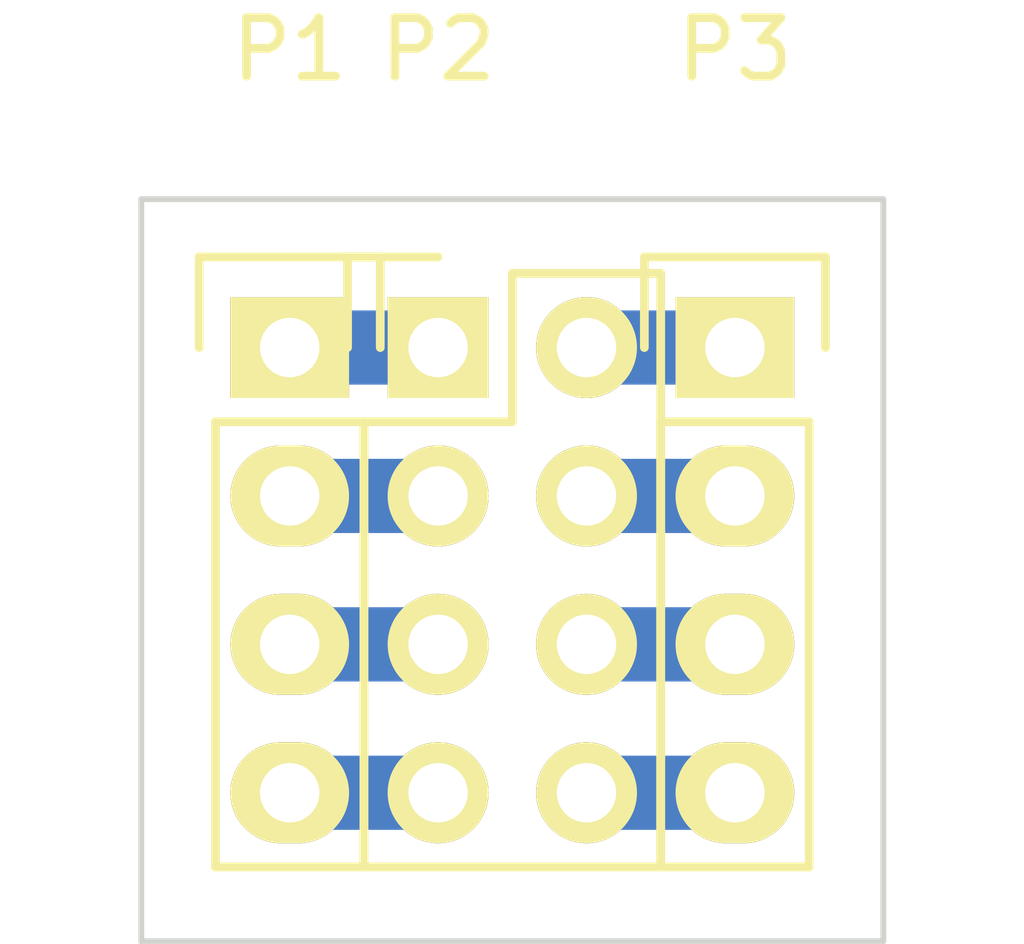
<source format=kicad_pcb>
(kicad_pcb (version 4) (host pcbnew "(2015-12-07 BZR 6352)-product")

  (general
    (links 8)
    (no_connects 0)
    (area -2.622333 -16.439 15.322334 0.050001)
    (thickness 1.6)
    (drawings 4)
    (tracks 8)
    (zones 0)
    (modules 3)
    (nets 9)
  )

  (page A4)
  (layers
    (0 F.Cu signal)
    (31 B.Cu signal)
    (32 B.Adhes user)
    (33 F.Adhes user)
    (34 B.Paste user)
    (35 F.Paste user)
    (36 B.SilkS user)
    (37 F.SilkS user)
    (38 B.Mask user)
    (39 F.Mask user)
    (40 Dwgs.User user)
    (41 Cmts.User user)
    (42 Eco1.User user)
    (43 Eco2.User user)
    (44 Edge.Cuts user)
    (45 Margin user)
    (46 B.CrtYd user)
    (47 F.CrtYd user)
    (48 B.Fab user)
    (49 F.Fab user)
  )

  (setup
    (last_trace_width 0.254)
    (user_trace_width 0.6096)
    (user_trace_width 1.27)
    (trace_clearance 0.254)
    (zone_clearance 0.508)
    (zone_45_only no)
    (trace_min 0.254)
    (segment_width 0.2)
    (edge_width 0.1)
    (via_size 0.889)
    (via_drill 0.635)
    (via_min_size 0.889)
    (via_min_drill 0.508)
    (uvia_size 0.508)
    (uvia_drill 0.127)
    (uvias_allowed no)
    (uvia_min_size 0.508)
    (uvia_min_drill 0.127)
    (pcb_text_width 0.3)
    (pcb_text_size 1.5 1.5)
    (mod_edge_width 0.15)
    (mod_text_size 1 1)
    (mod_text_width 0.15)
    (pad_size 1.5 1.5)
    (pad_drill 0.6)
    (pad_to_mask_clearance 0)
    (aux_axis_origin 0 0)
    (visible_elements FFFFFF7F)
    (pcbplotparams
      (layerselection 0x01000_80000001)
      (usegerberextensions false)
      (excludeedgelayer true)
      (linewidth 0.100000)
      (plotframeref false)
      (viasonmask false)
      (mode 1)
      (useauxorigin false)
      (hpglpennumber 1)
      (hpglpenspeed 20)
      (hpglpendiameter 15)
      (hpglpenoverlay 2)
      (psnegative false)
      (psa4output false)
      (plotreference true)
      (plotvalue true)
      (plotinvisibletext false)
      (padsonsilk false)
      (subtractmaskfromsilk false)
      (outputformat 1)
      (mirror false)
      (drillshape 0)
      (scaleselection 1)
      (outputdirectory ""))
  )

  (net 0 "")
  (net 1 "Net-(P1-Pad1)")
  (net 2 "Net-(P1-Pad2)")
  (net 3 "Net-(P1-Pad3)")
  (net 4 "Net-(P1-Pad4)")
  (net 5 "Net-(P2-Pad2)")
  (net 6 "Net-(P2-Pad4)")
  (net 7 "Net-(P2-Pad6)")
  (net 8 "Net-(P2-Pad8)")

  (net_class Default "This is the default net class."
    (clearance 0.254)
    (trace_width 0.254)
    (via_dia 0.889)
    (via_drill 0.635)
    (uvia_dia 0.508)
    (uvia_drill 0.127)
    (add_net "Net-(P1-Pad1)")
    (add_net "Net-(P1-Pad2)")
    (add_net "Net-(P1-Pad3)")
    (add_net "Net-(P1-Pad4)")
    (add_net "Net-(P2-Pad2)")
    (add_net "Net-(P2-Pad4)")
    (add_net "Net-(P2-Pad6)")
    (add_net "Net-(P2-Pad8)")
  )

  (module Pin_Headers:Pin_Header_Straight_1x04 (layer F.Cu) (tedit 0) (tstamp 55161615)
    (at 2.54 -10.16)
    (descr "Through hole pin header")
    (tags "pin header")
    (path /55161685)
    (fp_text reference P1 (at 0 -5.1) (layer F.SilkS)
      (effects (font (size 1 1) (thickness 0.15)))
    )
    (fp_text value CONN_01X04 (at 0 -3.1) (layer F.Fab)
      (effects (font (size 1 1) (thickness 0.15)))
    )
    (fp_line (start -1.75 -1.75) (end -1.75 9.4) (layer F.CrtYd) (width 0.05))
    (fp_line (start 1.75 -1.75) (end 1.75 9.4) (layer F.CrtYd) (width 0.05))
    (fp_line (start -1.75 -1.75) (end 1.75 -1.75) (layer F.CrtYd) (width 0.05))
    (fp_line (start -1.75 9.4) (end 1.75 9.4) (layer F.CrtYd) (width 0.05))
    (fp_line (start -1.27 1.27) (end -1.27 8.89) (layer F.SilkS) (width 0.15))
    (fp_line (start 1.27 1.27) (end 1.27 8.89) (layer F.SilkS) (width 0.15))
    (fp_line (start 1.55 -1.55) (end 1.55 0) (layer F.SilkS) (width 0.15))
    (fp_line (start -1.27 8.89) (end 1.27 8.89) (layer F.SilkS) (width 0.15))
    (fp_line (start 1.27 1.27) (end -1.27 1.27) (layer F.SilkS) (width 0.15))
    (fp_line (start -1.55 0) (end -1.55 -1.55) (layer F.SilkS) (width 0.15))
    (fp_line (start -1.55 -1.55) (end 1.55 -1.55) (layer F.SilkS) (width 0.15))
    (pad 1 thru_hole rect (at 0 0) (size 2.032 1.7272) (drill 1.016) (layers *.Cu *.Mask F.SilkS)
      (net 1 "Net-(P1-Pad1)"))
    (pad 2 thru_hole oval (at 0 2.54) (size 2.032 1.7272) (drill 1.016) (layers *.Cu *.Mask F.SilkS)
      (net 2 "Net-(P1-Pad2)"))
    (pad 3 thru_hole oval (at 0 5.08) (size 2.032 1.7272) (drill 1.016) (layers *.Cu *.Mask F.SilkS)
      (net 3 "Net-(P1-Pad3)"))
    (pad 4 thru_hole oval (at 0 7.62) (size 2.032 1.7272) (drill 1.016) (layers *.Cu *.Mask F.SilkS)
      (net 4 "Net-(P1-Pad4)"))
    (model Pin_Headers.3dshapes/Pin_Header_Straight_1x04.wrl
      (at (xyz 0 -0.15 0))
      (scale (xyz 1 1 1))
      (rotate (xyz 0 0 90))
    )
  )

  (module Pin_Headers:Pin_Header_Straight_2x04 (layer F.Cu) (tedit 0) (tstamp 55161621)
    (at 5.08 -10.16)
    (descr "Through hole pin header")
    (tags "pin header")
    (path /551615A2)
    (fp_text reference P2 (at 0 -5.1) (layer F.SilkS)
      (effects (font (size 1 1) (thickness 0.15)))
    )
    (fp_text value CONN_02X04 (at 0 -3.1) (layer F.Fab)
      (effects (font (size 1 1) (thickness 0.15)))
    )
    (fp_line (start -1.75 -1.75) (end -1.75 9.4) (layer F.CrtYd) (width 0.05))
    (fp_line (start 4.3 -1.75) (end 4.3 9.4) (layer F.CrtYd) (width 0.05))
    (fp_line (start -1.75 -1.75) (end 4.3 -1.75) (layer F.CrtYd) (width 0.05))
    (fp_line (start -1.75 9.4) (end 4.3 9.4) (layer F.CrtYd) (width 0.05))
    (fp_line (start -1.27 1.27) (end -1.27 8.89) (layer F.SilkS) (width 0.15))
    (fp_line (start -1.27 8.89) (end 3.81 8.89) (layer F.SilkS) (width 0.15))
    (fp_line (start 3.81 8.89) (end 3.81 -1.27) (layer F.SilkS) (width 0.15))
    (fp_line (start 3.81 -1.27) (end 1.27 -1.27) (layer F.SilkS) (width 0.15))
    (fp_line (start 0 -1.55) (end -1.55 -1.55) (layer F.SilkS) (width 0.15))
    (fp_line (start 1.27 -1.27) (end 1.27 1.27) (layer F.SilkS) (width 0.15))
    (fp_line (start 1.27 1.27) (end -1.27 1.27) (layer F.SilkS) (width 0.15))
    (fp_line (start -1.55 -1.55) (end -1.55 0) (layer F.SilkS) (width 0.15))
    (pad 1 thru_hole rect (at 0 0) (size 1.7272 1.7272) (drill 1.016) (layers *.Cu *.Mask F.SilkS)
      (net 1 "Net-(P1-Pad1)"))
    (pad 2 thru_hole oval (at 2.54 0) (size 1.7272 1.7272) (drill 1.016) (layers *.Cu *.Mask F.SilkS)
      (net 5 "Net-(P2-Pad2)"))
    (pad 3 thru_hole oval (at 0 2.54) (size 1.7272 1.7272) (drill 1.016) (layers *.Cu *.Mask F.SilkS)
      (net 2 "Net-(P1-Pad2)"))
    (pad 4 thru_hole oval (at 2.54 2.54) (size 1.7272 1.7272) (drill 1.016) (layers *.Cu *.Mask F.SilkS)
      (net 6 "Net-(P2-Pad4)"))
    (pad 5 thru_hole oval (at 0 5.08) (size 1.7272 1.7272) (drill 1.016) (layers *.Cu *.Mask F.SilkS)
      (net 3 "Net-(P1-Pad3)"))
    (pad 6 thru_hole oval (at 2.54 5.08) (size 1.7272 1.7272) (drill 1.016) (layers *.Cu *.Mask F.SilkS)
      (net 7 "Net-(P2-Pad6)"))
    (pad 7 thru_hole oval (at 0 7.62) (size 1.7272 1.7272) (drill 1.016) (layers *.Cu *.Mask F.SilkS)
      (net 4 "Net-(P1-Pad4)"))
    (pad 8 thru_hole oval (at 2.54 7.62) (size 1.7272 1.7272) (drill 1.016) (layers *.Cu *.Mask F.SilkS)
      (net 8 "Net-(P2-Pad8)"))
    (model Pin_Headers.3dshapes/Pin_Header_Straight_2x04.wrl
      (at (xyz 0.05 -0.15 0))
      (scale (xyz 1 1 1))
      (rotate (xyz 0 0 90))
    )
  )

  (module Pin_Headers:Pin_Header_Straight_1x04 (layer F.Cu) (tedit 0) (tstamp 55161629)
    (at 10.16 -10.16)
    (descr "Through hole pin header")
    (tags "pin header")
    (path /55161602)
    (fp_text reference P3 (at 0 -5.1) (layer F.SilkS)
      (effects (font (size 1 1) (thickness 0.15)))
    )
    (fp_text value CONN_01X04 (at 0 -3.1) (layer F.Fab)
      (effects (font (size 1 1) (thickness 0.15)))
    )
    (fp_line (start -1.75 -1.75) (end -1.75 9.4) (layer F.CrtYd) (width 0.05))
    (fp_line (start 1.75 -1.75) (end 1.75 9.4) (layer F.CrtYd) (width 0.05))
    (fp_line (start -1.75 -1.75) (end 1.75 -1.75) (layer F.CrtYd) (width 0.05))
    (fp_line (start -1.75 9.4) (end 1.75 9.4) (layer F.CrtYd) (width 0.05))
    (fp_line (start -1.27 1.27) (end -1.27 8.89) (layer F.SilkS) (width 0.15))
    (fp_line (start 1.27 1.27) (end 1.27 8.89) (layer F.SilkS) (width 0.15))
    (fp_line (start 1.55 -1.55) (end 1.55 0) (layer F.SilkS) (width 0.15))
    (fp_line (start -1.27 8.89) (end 1.27 8.89) (layer F.SilkS) (width 0.15))
    (fp_line (start 1.27 1.27) (end -1.27 1.27) (layer F.SilkS) (width 0.15))
    (fp_line (start -1.55 0) (end -1.55 -1.55) (layer F.SilkS) (width 0.15))
    (fp_line (start -1.55 -1.55) (end 1.55 -1.55) (layer F.SilkS) (width 0.15))
    (pad 1 thru_hole rect (at 0 0) (size 2.032 1.7272) (drill 1.016) (layers *.Cu *.Mask F.SilkS)
      (net 5 "Net-(P2-Pad2)"))
    (pad 2 thru_hole oval (at 0 2.54) (size 2.032 1.7272) (drill 1.016) (layers *.Cu *.Mask F.SilkS)
      (net 6 "Net-(P2-Pad4)"))
    (pad 3 thru_hole oval (at 0 5.08) (size 2.032 1.7272) (drill 1.016) (layers *.Cu *.Mask F.SilkS)
      (net 7 "Net-(P2-Pad6)"))
    (pad 4 thru_hole oval (at 0 7.62) (size 2.032 1.7272) (drill 1.016) (layers *.Cu *.Mask F.SilkS)
      (net 8 "Net-(P2-Pad8)"))
    (model Pin_Headers.3dshapes/Pin_Header_Straight_1x04.wrl
      (at (xyz 0 -0.15 0))
      (scale (xyz 1 1 1))
      (rotate (xyz 0 0 90))
    )
  )

  (gr_line (start 12.7 0) (end 0 0) (layer Edge.Cuts) (width 0.1))
  (gr_line (start 12.7 -12.7) (end 12.7 0) (layer Edge.Cuts) (width 0.1))
  (gr_line (start 0 -12.7) (end 12.7 -12.7) (layer Edge.Cuts) (width 0.1))
  (gr_line (start 0 0) (end 0 -12.7) (layer Edge.Cuts) (width 0.1))

  (segment (start 2.54 -10.16) (end 5.08 -10.16) (width 1.27) (layer B.Cu) (net 1))
  (segment (start 2.54 -7.62) (end 5.08 -7.62) (width 1.27) (layer B.Cu) (net 2))
  (segment (start 2.54 -5.08) (end 5.08 -5.08) (width 1.27) (layer B.Cu) (net 3))
  (segment (start 2.54 -2.54) (end 5.08 -2.54) (width 1.27) (layer B.Cu) (net 4))
  (segment (start 7.62 -10.16) (end 10.16 -10.16) (width 1.27) (layer B.Cu) (net 5))
  (segment (start 7.62 -7.62) (end 10.16 -7.62) (width 1.27) (layer B.Cu) (net 6))
  (segment (start 7.62 -5.08) (end 10.16 -5.08) (width 1.27) (layer B.Cu) (net 7))
  (segment (start 7.62 -2.54) (end 10.16 -2.54) (width 1.27) (layer B.Cu) (net 8))

)

</source>
